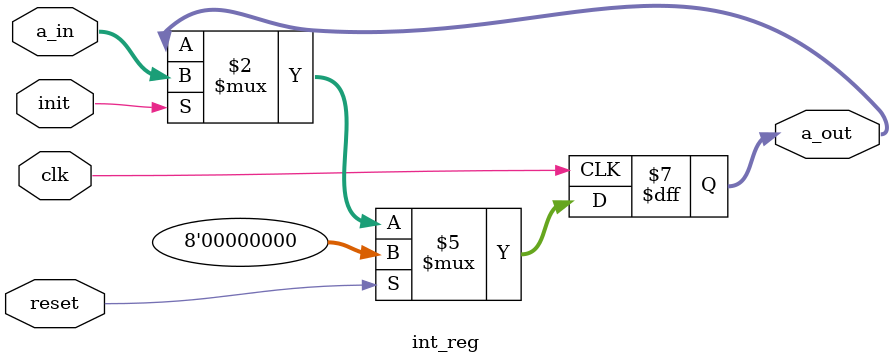
<source format=v>
module int_reg(
	input clk,
	input init,
	input reset,
	input [7:0]a_in,
	output reg [7:0]a_out
);
	
	always @(posedge clk) begin
		if (reset) a_out<=0;
		else if(init) a_out<=a_in; 
	end
endmodule
</source>
